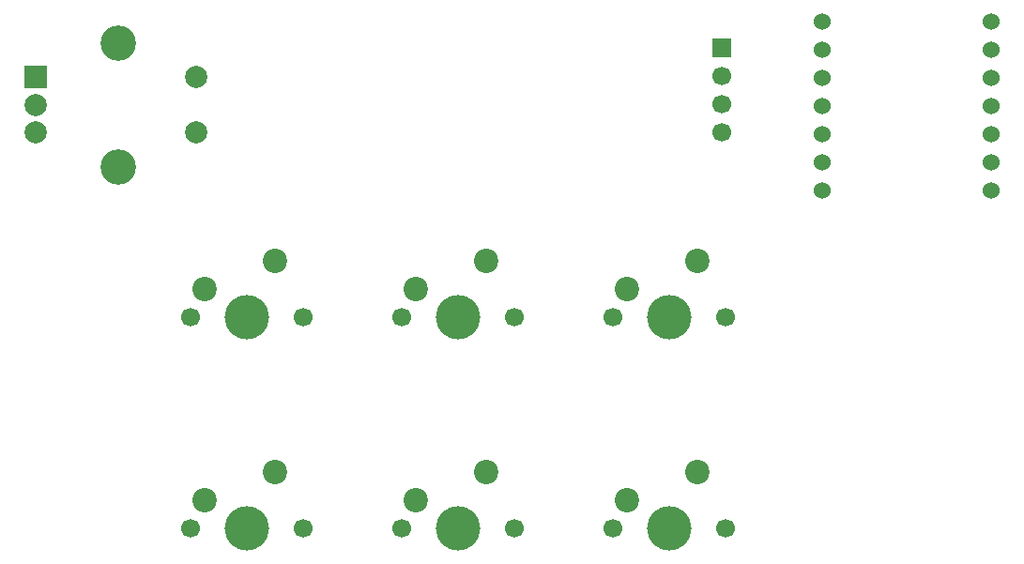
<source format=gbr>
%TF.GenerationSoftware,KiCad,Pcbnew,9.0.7*%
%TF.CreationDate,2026-01-28T20:07:14-06:00*%
%TF.ProjectId,MicroPad actual,4d696372-6f50-4616-9420-61637475616c,rev?*%
%TF.SameCoordinates,Original*%
%TF.FileFunction,Soldermask,Bot*%
%TF.FilePolarity,Negative*%
%FSLAX46Y46*%
G04 Gerber Fmt 4.6, Leading zero omitted, Abs format (unit mm)*
G04 Created by KiCad (PCBNEW 9.0.7) date 2026-01-28 20:07:14*
%MOMM*%
%LPD*%
G01*
G04 APERTURE LIST*
%ADD10R,2.000000X2.000000*%
%ADD11C,2.000000*%
%ADD12C,3.200000*%
%ADD13C,1.700000*%
%ADD14C,4.000000*%
%ADD15C,2.200000*%
%ADD16C,1.524000*%
%ADD17R,1.700000X1.700000*%
G04 APERTURE END LIST*
D10*
%TO.C,SW7*%
X85725000Y-37862500D03*
D11*
X85725000Y-42862500D03*
X85725000Y-40362500D03*
D12*
X93225000Y-34762500D03*
X93225000Y-45962500D03*
D11*
X100225000Y-42862500D03*
X100225000Y-37862500D03*
%TD*%
D13*
%TO.C,SW3*%
X137795000Y-78581250D03*
D14*
X142875000Y-78581250D03*
D13*
X147955000Y-78581250D03*
D15*
X145415000Y-73501250D03*
X139065000Y-76041250D03*
%TD*%
D13*
%TO.C,SW6*%
X137795000Y-59531250D03*
D14*
X142875000Y-59531250D03*
D13*
X147955000Y-59531250D03*
D15*
X145415000Y-54451250D03*
X139065000Y-56991250D03*
%TD*%
D13*
%TO.C,SW1*%
X99695000Y-78581250D03*
D14*
X104775000Y-78581250D03*
D13*
X109855000Y-78581250D03*
D15*
X107315000Y-73501250D03*
X100965000Y-76041250D03*
%TD*%
D13*
%TO.C,SW5*%
X118745000Y-59531250D03*
D14*
X123825000Y-59531250D03*
D13*
X128905000Y-59531250D03*
D15*
X126365000Y-54451250D03*
X120015000Y-56991250D03*
%TD*%
D16*
%TO.C,U1*%
X156686250Y-32861250D03*
X156686250Y-35401250D03*
X156686250Y-37941250D03*
X156686250Y-40481250D03*
X156686250Y-43021250D03*
X156686250Y-45561250D03*
X156686250Y-48101250D03*
X171926250Y-48101250D03*
X171926250Y-45561250D03*
X171926250Y-43021250D03*
X171926250Y-40481250D03*
X171926250Y-37941250D03*
X171926250Y-35401250D03*
X171926250Y-32861250D03*
%TD*%
D17*
%TO.C,J1*%
X147637500Y-35242500D03*
D13*
X147637500Y-37782500D03*
X147637500Y-40322500D03*
X147637500Y-42862500D03*
%TD*%
%TO.C,SW2*%
X118745000Y-78581250D03*
D14*
X123825000Y-78581250D03*
D13*
X128905000Y-78581250D03*
D15*
X126365000Y-73501250D03*
X120015000Y-76041250D03*
%TD*%
D13*
%TO.C,SW4*%
X99695000Y-59531250D03*
D14*
X104775000Y-59531250D03*
D13*
X109855000Y-59531250D03*
D15*
X107315000Y-54451250D03*
X100965000Y-56991250D03*
%TD*%
M02*

</source>
